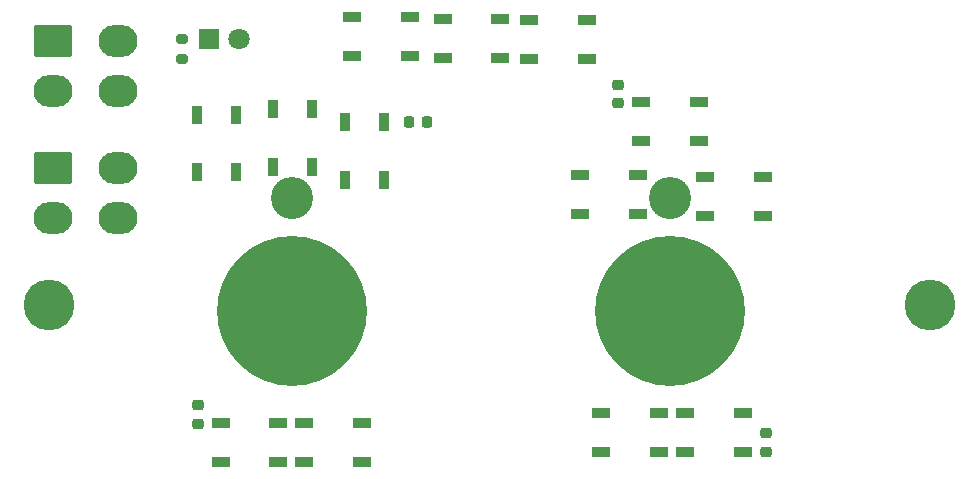
<source format=gbr>
%TF.GenerationSoftware,KiCad,Pcbnew,(6.0.9)*%
%TF.CreationDate,2022-12-26T23:41:22-09:00*%
%TF.ProjectId,PCB_ ANT SEL PANEL,5043422c-2041-44e5-9420-53454c205041,rev?*%
%TF.SameCoordinates,Original*%
%TF.FileFunction,Soldermask,Top*%
%TF.FilePolarity,Negative*%
%FSLAX46Y46*%
G04 Gerber Fmt 4.6, Leading zero omitted, Abs format (unit mm)*
G04 Created by KiCad (PCBNEW (6.0.9)) date 2022-12-26 23:41:22*
%MOMM*%
%LPD*%
G01*
G04 APERTURE LIST*
G04 Aperture macros list*
%AMRoundRect*
0 Rectangle with rounded corners*
0 $1 Rounding radius*
0 $2 $3 $4 $5 $6 $7 $8 $9 X,Y pos of 4 corners*
0 Add a 4 corners polygon primitive as box body*
4,1,4,$2,$3,$4,$5,$6,$7,$8,$9,$2,$3,0*
0 Add four circle primitives for the rounded corners*
1,1,$1+$1,$2,$3*
1,1,$1+$1,$4,$5*
1,1,$1+$1,$6,$7*
1,1,$1+$1,$8,$9*
0 Add four rect primitives between the rounded corners*
20,1,$1+$1,$2,$3,$4,$5,0*
20,1,$1+$1,$4,$5,$6,$7,0*
20,1,$1+$1,$6,$7,$8,$9,0*
20,1,$1+$1,$8,$9,$2,$3,0*%
G04 Aperture macros list end*
%ADD10R,1.500000X0.900000*%
%ADD11R,0.900000X1.500000*%
%ADD12RoundRect,0.200000X0.275000X-0.200000X0.275000X0.200000X-0.275000X0.200000X-0.275000X-0.200000X0*%
%ADD13RoundRect,0.225000X0.225000X0.250000X-0.225000X0.250000X-0.225000X-0.250000X0.225000X-0.250000X0*%
%ADD14RoundRect,0.225000X0.250000X-0.225000X0.250000X0.225000X-0.250000X0.225000X-0.250000X-0.225000X0*%
%ADD15RoundRect,0.225000X-0.250000X0.225000X-0.250000X-0.225000X0.250000X-0.225000X0.250000X0.225000X0*%
%ADD16C,3.572000*%
%ADD17C,12.700000*%
%ADD18C,4.300000*%
%ADD19RoundRect,0.250001X-1.399999X1.099999X-1.399999X-1.099999X1.399999X-1.099999X1.399999X1.099999X0*%
%ADD20O,3.300000X2.700000*%
%ADD21R,1.800000X1.800000*%
%ADD22C,1.800000*%
G04 APERTURE END LIST*
D10*
%TO.C,D1*%
X107723200Y-39879200D03*
X107723200Y-43179200D03*
X112623200Y-43179200D03*
X112623200Y-39879200D03*
%TD*%
%TO.C,D2*%
X115406200Y-40056800D03*
X115406200Y-43356800D03*
X120306200Y-43356800D03*
X120306200Y-40056800D03*
%TD*%
%TO.C,D3*%
X122709200Y-40132800D03*
X122709200Y-43432800D03*
X127609200Y-43432800D03*
X127609200Y-40132800D03*
%TD*%
D11*
%TO.C,D4*%
X94590800Y-53058400D03*
X97890800Y-53058400D03*
X97890800Y-48158400D03*
X94590800Y-48158400D03*
%TD*%
%TO.C,D5*%
X101042200Y-52601200D03*
X104342200Y-52601200D03*
X104342200Y-47701200D03*
X101042200Y-47701200D03*
%TD*%
%TO.C,D6*%
X107189200Y-53668000D03*
X110489200Y-53668000D03*
X110489200Y-48768000D03*
X107189200Y-48768000D03*
%TD*%
D10*
%TO.C,D7*%
X131978200Y-56539200D03*
X131978200Y-53239200D03*
X127078200Y-53239200D03*
X127078200Y-56539200D03*
%TD*%
%TO.C,D8*%
X132221200Y-47118000D03*
X132221200Y-50418000D03*
X137121200Y-50418000D03*
X137121200Y-47118000D03*
%TD*%
%TO.C,D9*%
X137605200Y-53468000D03*
X137605200Y-56768000D03*
X142505200Y-56768000D03*
X142505200Y-53468000D03*
%TD*%
%TO.C,D10*%
X96610200Y-74296000D03*
X96610200Y-77596000D03*
X101510200Y-77596000D03*
X101510200Y-74296000D03*
%TD*%
%TO.C,D11*%
X103710200Y-74270400D03*
X103710200Y-77570400D03*
X108610200Y-77570400D03*
X108610200Y-74270400D03*
%TD*%
%TO.C,D12*%
X128829200Y-73457600D03*
X128829200Y-76757600D03*
X133729200Y-76757600D03*
X133729200Y-73457600D03*
%TD*%
%TO.C,D13*%
X135941200Y-73457600D03*
X135941200Y-76757600D03*
X140841200Y-76757600D03*
X140841200Y-73457600D03*
%TD*%
D12*
%TO.C,R1*%
X93327220Y-43420300D03*
X93327220Y-41770300D03*
%TD*%
D13*
%TO.C,C2*%
X114074240Y-48745140D03*
X112524240Y-48745140D03*
%TD*%
D14*
%TO.C,C3*%
X130263900Y-47172880D03*
X130263900Y-45622880D03*
%TD*%
D15*
%TO.C,C4*%
X142816580Y-75152920D03*
X142816580Y-76702920D03*
%TD*%
D14*
%TO.C,C5*%
X94724220Y-74322940D03*
X94724220Y-72772940D03*
%TD*%
D16*
%TO.C,3*%
X134702070Y-55238673D03*
D17*
X134702070Y-64763673D03*
X134702070Y-64763673D03*
%TD*%
D16*
%TO.C,4*%
X102698070Y-55238673D03*
D17*
X102698070Y-64763673D03*
X102698070Y-64763673D03*
%TD*%
D18*
%TO.C,2*%
X156673070Y-64255673D03*
%TD*%
%TO.C,1*%
X82060570Y-64255673D03*
%TD*%
D19*
%TO.C,J1*%
X82405220Y-41937940D03*
D20*
X82405220Y-46137940D03*
X87905220Y-41937940D03*
X87905220Y-46137940D03*
%TD*%
D19*
%TO.C,J2*%
X82430620Y-52689760D03*
D20*
X82430620Y-56889760D03*
X87930620Y-52689760D03*
X87930620Y-56889760D03*
%TD*%
D21*
%TO.C,D14*%
X95610000Y-41750000D03*
D22*
X98150000Y-41750000D03*
%TD*%
M02*

</source>
